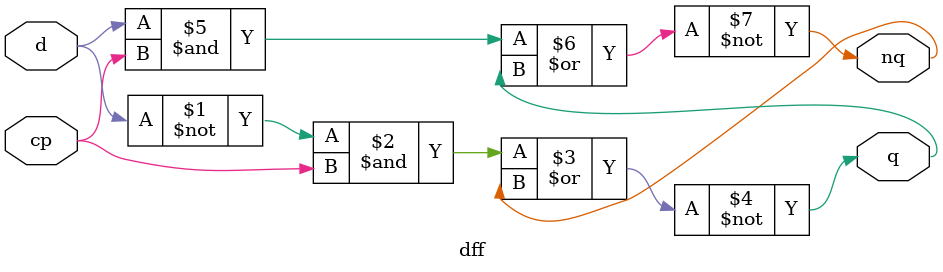
<source format=v>
`timescale 1ns / 1ps

module dff(
    input d,cp,
    output q,nq
    );
    assign q=~((~d&cp)|nq);
    assign nq=~((d&cp)|q);
endmodule

</source>
